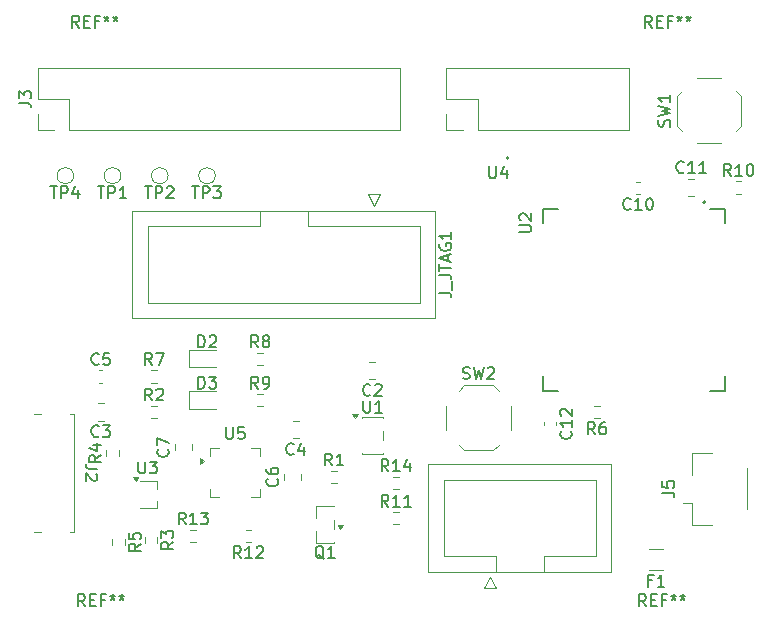
<source format=gbr>
%TF.GenerationSoftware,KiCad,Pcbnew,9.0.6*%
%TF.CreationDate,2026-01-12T13:11:15+01:00*%
%TF.ProjectId,IoT-Werkstatt_Band1,496f542d-5765-4726-9b73-746174745f42,rev?*%
%TF.SameCoordinates,Original*%
%TF.FileFunction,Legend,Top*%
%TF.FilePolarity,Positive*%
%FSLAX46Y46*%
G04 Gerber Fmt 4.6, Leading zero omitted, Abs format (unit mm)*
G04 Created by KiCad (PCBNEW 9.0.6) date 2026-01-12 13:11:15*
%MOMM*%
%LPD*%
G01*
G04 APERTURE LIST*
%ADD10C,0.150000*%
%ADD11C,0.127000*%
%ADD12C,0.200000*%
%ADD13C,0.120000*%
%ADD14C,0.160000*%
G04 APERTURE END LIST*
D10*
X138666666Y-111454819D02*
X138333333Y-110978628D01*
X138095238Y-111454819D02*
X138095238Y-110454819D01*
X138095238Y-110454819D02*
X138476190Y-110454819D01*
X138476190Y-110454819D02*
X138571428Y-110502438D01*
X138571428Y-110502438D02*
X138619047Y-110550057D01*
X138619047Y-110550057D02*
X138666666Y-110645295D01*
X138666666Y-110645295D02*
X138666666Y-110788152D01*
X138666666Y-110788152D02*
X138619047Y-110883390D01*
X138619047Y-110883390D02*
X138571428Y-110931009D01*
X138571428Y-110931009D02*
X138476190Y-110978628D01*
X138476190Y-110978628D02*
X138095238Y-110978628D01*
X139095238Y-110931009D02*
X139428571Y-110931009D01*
X139571428Y-111454819D02*
X139095238Y-111454819D01*
X139095238Y-111454819D02*
X139095238Y-110454819D01*
X139095238Y-110454819D02*
X139571428Y-110454819D01*
X140333333Y-110931009D02*
X140000000Y-110931009D01*
X140000000Y-111454819D02*
X140000000Y-110454819D01*
X140000000Y-110454819D02*
X140476190Y-110454819D01*
X141000000Y-110454819D02*
X141000000Y-110692914D01*
X140761905Y-110597676D02*
X141000000Y-110692914D01*
X141000000Y-110692914D02*
X141238095Y-110597676D01*
X140857143Y-110883390D02*
X141000000Y-110692914D01*
X141000000Y-110692914D02*
X141142857Y-110883390D01*
X141761905Y-110454819D02*
X141761905Y-110692914D01*
X141523810Y-110597676D02*
X141761905Y-110692914D01*
X141761905Y-110692914D02*
X142000000Y-110597676D01*
X141619048Y-110883390D02*
X141761905Y-110692914D01*
X141761905Y-110692914D02*
X141904762Y-110883390D01*
X186166666Y-111454819D02*
X185833333Y-110978628D01*
X185595238Y-111454819D02*
X185595238Y-110454819D01*
X185595238Y-110454819D02*
X185976190Y-110454819D01*
X185976190Y-110454819D02*
X186071428Y-110502438D01*
X186071428Y-110502438D02*
X186119047Y-110550057D01*
X186119047Y-110550057D02*
X186166666Y-110645295D01*
X186166666Y-110645295D02*
X186166666Y-110788152D01*
X186166666Y-110788152D02*
X186119047Y-110883390D01*
X186119047Y-110883390D02*
X186071428Y-110931009D01*
X186071428Y-110931009D02*
X185976190Y-110978628D01*
X185976190Y-110978628D02*
X185595238Y-110978628D01*
X186595238Y-110931009D02*
X186928571Y-110931009D01*
X187071428Y-111454819D02*
X186595238Y-111454819D01*
X186595238Y-111454819D02*
X186595238Y-110454819D01*
X186595238Y-110454819D02*
X187071428Y-110454819D01*
X187833333Y-110931009D02*
X187500000Y-110931009D01*
X187500000Y-111454819D02*
X187500000Y-110454819D01*
X187500000Y-110454819D02*
X187976190Y-110454819D01*
X188500000Y-110454819D02*
X188500000Y-110692914D01*
X188261905Y-110597676D02*
X188500000Y-110692914D01*
X188500000Y-110692914D02*
X188738095Y-110597676D01*
X188357143Y-110883390D02*
X188500000Y-110692914D01*
X188500000Y-110692914D02*
X188642857Y-110883390D01*
X189261905Y-110454819D02*
X189261905Y-110692914D01*
X189023810Y-110597676D02*
X189261905Y-110692914D01*
X189261905Y-110692914D02*
X189500000Y-110597676D01*
X189119048Y-110883390D02*
X189261905Y-110692914D01*
X189261905Y-110692914D02*
X189404762Y-110883390D01*
X186666666Y-62454819D02*
X186333333Y-61978628D01*
X186095238Y-62454819D02*
X186095238Y-61454819D01*
X186095238Y-61454819D02*
X186476190Y-61454819D01*
X186476190Y-61454819D02*
X186571428Y-61502438D01*
X186571428Y-61502438D02*
X186619047Y-61550057D01*
X186619047Y-61550057D02*
X186666666Y-61645295D01*
X186666666Y-61645295D02*
X186666666Y-61788152D01*
X186666666Y-61788152D02*
X186619047Y-61883390D01*
X186619047Y-61883390D02*
X186571428Y-61931009D01*
X186571428Y-61931009D02*
X186476190Y-61978628D01*
X186476190Y-61978628D02*
X186095238Y-61978628D01*
X187095238Y-61931009D02*
X187428571Y-61931009D01*
X187571428Y-62454819D02*
X187095238Y-62454819D01*
X187095238Y-62454819D02*
X187095238Y-61454819D01*
X187095238Y-61454819D02*
X187571428Y-61454819D01*
X188333333Y-61931009D02*
X188000000Y-61931009D01*
X188000000Y-62454819D02*
X188000000Y-61454819D01*
X188000000Y-61454819D02*
X188476190Y-61454819D01*
X189000000Y-61454819D02*
X189000000Y-61692914D01*
X188761905Y-61597676D02*
X189000000Y-61692914D01*
X189000000Y-61692914D02*
X189238095Y-61597676D01*
X188857143Y-61883390D02*
X189000000Y-61692914D01*
X189000000Y-61692914D02*
X189142857Y-61883390D01*
X189761905Y-61454819D02*
X189761905Y-61692914D01*
X189523810Y-61597676D02*
X189761905Y-61692914D01*
X189761905Y-61692914D02*
X190000000Y-61597676D01*
X189619048Y-61883390D02*
X189761905Y-61692914D01*
X189761905Y-61692914D02*
X189904762Y-61883390D01*
X138166666Y-62454819D02*
X137833333Y-61978628D01*
X137595238Y-62454819D02*
X137595238Y-61454819D01*
X137595238Y-61454819D02*
X137976190Y-61454819D01*
X137976190Y-61454819D02*
X138071428Y-61502438D01*
X138071428Y-61502438D02*
X138119047Y-61550057D01*
X138119047Y-61550057D02*
X138166666Y-61645295D01*
X138166666Y-61645295D02*
X138166666Y-61788152D01*
X138166666Y-61788152D02*
X138119047Y-61883390D01*
X138119047Y-61883390D02*
X138071428Y-61931009D01*
X138071428Y-61931009D02*
X137976190Y-61978628D01*
X137976190Y-61978628D02*
X137595238Y-61978628D01*
X138595238Y-61931009D02*
X138928571Y-61931009D01*
X139071428Y-62454819D02*
X138595238Y-62454819D01*
X138595238Y-62454819D02*
X138595238Y-61454819D01*
X138595238Y-61454819D02*
X139071428Y-61454819D01*
X139833333Y-61931009D02*
X139500000Y-61931009D01*
X139500000Y-62454819D02*
X139500000Y-61454819D01*
X139500000Y-61454819D02*
X139976190Y-61454819D01*
X140500000Y-61454819D02*
X140500000Y-61692914D01*
X140261905Y-61597676D02*
X140500000Y-61692914D01*
X140500000Y-61692914D02*
X140738095Y-61597676D01*
X140357143Y-61883390D02*
X140500000Y-61692914D01*
X140500000Y-61692914D02*
X140642857Y-61883390D01*
X141261905Y-61454819D02*
X141261905Y-61692914D01*
X141023810Y-61597676D02*
X141261905Y-61692914D01*
X141261905Y-61692914D02*
X141500000Y-61597676D01*
X141119048Y-61883390D02*
X141261905Y-61692914D01*
X141261905Y-61692914D02*
X141404762Y-61883390D01*
X175454819Y-79761904D02*
X176264342Y-79761904D01*
X176264342Y-79761904D02*
X176359580Y-79714285D01*
X176359580Y-79714285D02*
X176407200Y-79666666D01*
X176407200Y-79666666D02*
X176454819Y-79571428D01*
X176454819Y-79571428D02*
X176454819Y-79380952D01*
X176454819Y-79380952D02*
X176407200Y-79285714D01*
X176407200Y-79285714D02*
X176359580Y-79238095D01*
X176359580Y-79238095D02*
X176264342Y-79190476D01*
X176264342Y-79190476D02*
X175454819Y-79190476D01*
X175550057Y-78761904D02*
X175502438Y-78714285D01*
X175502438Y-78714285D02*
X175454819Y-78619047D01*
X175454819Y-78619047D02*
X175454819Y-78380952D01*
X175454819Y-78380952D02*
X175502438Y-78285714D01*
X175502438Y-78285714D02*
X175550057Y-78238095D01*
X175550057Y-78238095D02*
X175645295Y-78190476D01*
X175645295Y-78190476D02*
X175740533Y-78190476D01*
X175740533Y-78190476D02*
X175883390Y-78238095D01*
X175883390Y-78238095D02*
X176454819Y-78809523D01*
X176454819Y-78809523D02*
X176454819Y-78190476D01*
X148261905Y-93024819D02*
X148261905Y-92024819D01*
X148261905Y-92024819D02*
X148500000Y-92024819D01*
X148500000Y-92024819D02*
X148642857Y-92072438D01*
X148642857Y-92072438D02*
X148738095Y-92167676D01*
X148738095Y-92167676D02*
X148785714Y-92262914D01*
X148785714Y-92262914D02*
X148833333Y-92453390D01*
X148833333Y-92453390D02*
X148833333Y-92596247D01*
X148833333Y-92596247D02*
X148785714Y-92786723D01*
X148785714Y-92786723D02*
X148738095Y-92881961D01*
X148738095Y-92881961D02*
X148642857Y-92977200D01*
X148642857Y-92977200D02*
X148500000Y-93024819D01*
X148500000Y-93024819D02*
X148261905Y-93024819D01*
X149166667Y-92024819D02*
X149785714Y-92024819D01*
X149785714Y-92024819D02*
X149452381Y-92405771D01*
X149452381Y-92405771D02*
X149595238Y-92405771D01*
X149595238Y-92405771D02*
X149690476Y-92453390D01*
X149690476Y-92453390D02*
X149738095Y-92501009D01*
X149738095Y-92501009D02*
X149785714Y-92596247D01*
X149785714Y-92596247D02*
X149785714Y-92834342D01*
X149785714Y-92834342D02*
X149738095Y-92929580D01*
X149738095Y-92929580D02*
X149690476Y-92977200D01*
X149690476Y-92977200D02*
X149595238Y-93024819D01*
X149595238Y-93024819D02*
X149309524Y-93024819D01*
X149309524Y-93024819D02*
X149214286Y-92977200D01*
X149214286Y-92977200D02*
X149166667Y-92929580D01*
X144333333Y-91024819D02*
X144000000Y-90548628D01*
X143761905Y-91024819D02*
X143761905Y-90024819D01*
X143761905Y-90024819D02*
X144142857Y-90024819D01*
X144142857Y-90024819D02*
X144238095Y-90072438D01*
X144238095Y-90072438D02*
X144285714Y-90120057D01*
X144285714Y-90120057D02*
X144333333Y-90215295D01*
X144333333Y-90215295D02*
X144333333Y-90358152D01*
X144333333Y-90358152D02*
X144285714Y-90453390D01*
X144285714Y-90453390D02*
X144238095Y-90501009D01*
X144238095Y-90501009D02*
X144142857Y-90548628D01*
X144142857Y-90548628D02*
X143761905Y-90548628D01*
X144666667Y-90024819D02*
X145333333Y-90024819D01*
X145333333Y-90024819D02*
X144904762Y-91024819D01*
X153333333Y-93024819D02*
X153000000Y-92548628D01*
X152761905Y-93024819D02*
X152761905Y-92024819D01*
X152761905Y-92024819D02*
X153142857Y-92024819D01*
X153142857Y-92024819D02*
X153238095Y-92072438D01*
X153238095Y-92072438D02*
X153285714Y-92120057D01*
X153285714Y-92120057D02*
X153333333Y-92215295D01*
X153333333Y-92215295D02*
X153333333Y-92358152D01*
X153333333Y-92358152D02*
X153285714Y-92453390D01*
X153285714Y-92453390D02*
X153238095Y-92501009D01*
X153238095Y-92501009D02*
X153142857Y-92548628D01*
X153142857Y-92548628D02*
X152761905Y-92548628D01*
X153809524Y-93024819D02*
X154000000Y-93024819D01*
X154000000Y-93024819D02*
X154095238Y-92977200D01*
X154095238Y-92977200D02*
X154142857Y-92929580D01*
X154142857Y-92929580D02*
X154238095Y-92786723D01*
X154238095Y-92786723D02*
X154285714Y-92596247D01*
X154285714Y-92596247D02*
X154285714Y-92215295D01*
X154285714Y-92215295D02*
X154238095Y-92120057D01*
X154238095Y-92120057D02*
X154190476Y-92072438D01*
X154190476Y-92072438D02*
X154095238Y-92024819D01*
X154095238Y-92024819D02*
X153904762Y-92024819D01*
X153904762Y-92024819D02*
X153809524Y-92072438D01*
X153809524Y-92072438D02*
X153761905Y-92120057D01*
X153761905Y-92120057D02*
X153714286Y-92215295D01*
X153714286Y-92215295D02*
X153714286Y-92453390D01*
X153714286Y-92453390D02*
X153761905Y-92548628D01*
X153761905Y-92548628D02*
X153809524Y-92596247D01*
X153809524Y-92596247D02*
X153904762Y-92643866D01*
X153904762Y-92643866D02*
X154095238Y-92643866D01*
X154095238Y-92643866D02*
X154190476Y-92596247D01*
X154190476Y-92596247D02*
X154238095Y-92548628D01*
X154238095Y-92548628D02*
X154285714Y-92453390D01*
X153333333Y-89524819D02*
X153000000Y-89048628D01*
X152761905Y-89524819D02*
X152761905Y-88524819D01*
X152761905Y-88524819D02*
X153142857Y-88524819D01*
X153142857Y-88524819D02*
X153238095Y-88572438D01*
X153238095Y-88572438D02*
X153285714Y-88620057D01*
X153285714Y-88620057D02*
X153333333Y-88715295D01*
X153333333Y-88715295D02*
X153333333Y-88858152D01*
X153333333Y-88858152D02*
X153285714Y-88953390D01*
X153285714Y-88953390D02*
X153238095Y-89001009D01*
X153238095Y-89001009D02*
X153142857Y-89048628D01*
X153142857Y-89048628D02*
X152761905Y-89048628D01*
X153904762Y-88953390D02*
X153809524Y-88905771D01*
X153809524Y-88905771D02*
X153761905Y-88858152D01*
X153761905Y-88858152D02*
X153714286Y-88762914D01*
X153714286Y-88762914D02*
X153714286Y-88715295D01*
X153714286Y-88715295D02*
X153761905Y-88620057D01*
X153761905Y-88620057D02*
X153809524Y-88572438D01*
X153809524Y-88572438D02*
X153904762Y-88524819D01*
X153904762Y-88524819D02*
X154095238Y-88524819D01*
X154095238Y-88524819D02*
X154190476Y-88572438D01*
X154190476Y-88572438D02*
X154238095Y-88620057D01*
X154238095Y-88620057D02*
X154285714Y-88715295D01*
X154285714Y-88715295D02*
X154285714Y-88762914D01*
X154285714Y-88762914D02*
X154238095Y-88858152D01*
X154238095Y-88858152D02*
X154190476Y-88905771D01*
X154190476Y-88905771D02*
X154095238Y-88953390D01*
X154095238Y-88953390D02*
X153904762Y-88953390D01*
X153904762Y-88953390D02*
X153809524Y-89001009D01*
X153809524Y-89001009D02*
X153761905Y-89048628D01*
X153761905Y-89048628D02*
X153714286Y-89143866D01*
X153714286Y-89143866D02*
X153714286Y-89334342D01*
X153714286Y-89334342D02*
X153761905Y-89429580D01*
X153761905Y-89429580D02*
X153809524Y-89477200D01*
X153809524Y-89477200D02*
X153904762Y-89524819D01*
X153904762Y-89524819D02*
X154095238Y-89524819D01*
X154095238Y-89524819D02*
X154190476Y-89477200D01*
X154190476Y-89477200D02*
X154238095Y-89429580D01*
X154238095Y-89429580D02*
X154285714Y-89334342D01*
X154285714Y-89334342D02*
X154285714Y-89143866D01*
X154285714Y-89143866D02*
X154238095Y-89048628D01*
X154238095Y-89048628D02*
X154190476Y-89001009D01*
X154190476Y-89001009D02*
X154095238Y-88953390D01*
X151857142Y-107384819D02*
X151523809Y-106908628D01*
X151285714Y-107384819D02*
X151285714Y-106384819D01*
X151285714Y-106384819D02*
X151666666Y-106384819D01*
X151666666Y-106384819D02*
X151761904Y-106432438D01*
X151761904Y-106432438D02*
X151809523Y-106480057D01*
X151809523Y-106480057D02*
X151857142Y-106575295D01*
X151857142Y-106575295D02*
X151857142Y-106718152D01*
X151857142Y-106718152D02*
X151809523Y-106813390D01*
X151809523Y-106813390D02*
X151761904Y-106861009D01*
X151761904Y-106861009D02*
X151666666Y-106908628D01*
X151666666Y-106908628D02*
X151285714Y-106908628D01*
X152809523Y-107384819D02*
X152238095Y-107384819D01*
X152523809Y-107384819D02*
X152523809Y-106384819D01*
X152523809Y-106384819D02*
X152428571Y-106527676D01*
X152428571Y-106527676D02*
X152333333Y-106622914D01*
X152333333Y-106622914D02*
X152238095Y-106670533D01*
X153190476Y-106480057D02*
X153238095Y-106432438D01*
X153238095Y-106432438D02*
X153333333Y-106384819D01*
X153333333Y-106384819D02*
X153571428Y-106384819D01*
X153571428Y-106384819D02*
X153666666Y-106432438D01*
X153666666Y-106432438D02*
X153714285Y-106480057D01*
X153714285Y-106480057D02*
X153761904Y-106575295D01*
X153761904Y-106575295D02*
X153761904Y-106670533D01*
X153761904Y-106670533D02*
X153714285Y-106813390D01*
X153714285Y-106813390D02*
X153142857Y-107384819D01*
X153142857Y-107384819D02*
X153761904Y-107384819D01*
X179789580Y-96642857D02*
X179837200Y-96690476D01*
X179837200Y-96690476D02*
X179884819Y-96833333D01*
X179884819Y-96833333D02*
X179884819Y-96928571D01*
X179884819Y-96928571D02*
X179837200Y-97071428D01*
X179837200Y-97071428D02*
X179741961Y-97166666D01*
X179741961Y-97166666D02*
X179646723Y-97214285D01*
X179646723Y-97214285D02*
X179456247Y-97261904D01*
X179456247Y-97261904D02*
X179313390Y-97261904D01*
X179313390Y-97261904D02*
X179122914Y-97214285D01*
X179122914Y-97214285D02*
X179027676Y-97166666D01*
X179027676Y-97166666D02*
X178932438Y-97071428D01*
X178932438Y-97071428D02*
X178884819Y-96928571D01*
X178884819Y-96928571D02*
X178884819Y-96833333D01*
X178884819Y-96833333D02*
X178932438Y-96690476D01*
X178932438Y-96690476D02*
X178980057Y-96642857D01*
X179884819Y-95690476D02*
X179884819Y-96261904D01*
X179884819Y-95976190D02*
X178884819Y-95976190D01*
X178884819Y-95976190D02*
X179027676Y-96071428D01*
X179027676Y-96071428D02*
X179122914Y-96166666D01*
X179122914Y-96166666D02*
X179170533Y-96261904D01*
X178980057Y-95309523D02*
X178932438Y-95261904D01*
X178932438Y-95261904D02*
X178884819Y-95166666D01*
X178884819Y-95166666D02*
X178884819Y-94928571D01*
X178884819Y-94928571D02*
X178932438Y-94833333D01*
X178932438Y-94833333D02*
X178980057Y-94785714D01*
X178980057Y-94785714D02*
X179075295Y-94738095D01*
X179075295Y-94738095D02*
X179170533Y-94738095D01*
X179170533Y-94738095D02*
X179313390Y-94785714D01*
X179313390Y-94785714D02*
X179884819Y-95357142D01*
X179884819Y-95357142D02*
X179884819Y-94738095D01*
X146134819Y-105991666D02*
X145658628Y-106324999D01*
X146134819Y-106563094D02*
X145134819Y-106563094D01*
X145134819Y-106563094D02*
X145134819Y-106182142D01*
X145134819Y-106182142D02*
X145182438Y-106086904D01*
X145182438Y-106086904D02*
X145230057Y-106039285D01*
X145230057Y-106039285D02*
X145325295Y-105991666D01*
X145325295Y-105991666D02*
X145468152Y-105991666D01*
X145468152Y-105991666D02*
X145563390Y-106039285D01*
X145563390Y-106039285D02*
X145611009Y-106086904D01*
X145611009Y-106086904D02*
X145658628Y-106182142D01*
X145658628Y-106182142D02*
X145658628Y-106563094D01*
X145134819Y-105658332D02*
X145134819Y-105039285D01*
X145134819Y-105039285D02*
X145515771Y-105372618D01*
X145515771Y-105372618D02*
X145515771Y-105229761D01*
X145515771Y-105229761D02*
X145563390Y-105134523D01*
X145563390Y-105134523D02*
X145611009Y-105086904D01*
X145611009Y-105086904D02*
X145706247Y-105039285D01*
X145706247Y-105039285D02*
X145944342Y-105039285D01*
X145944342Y-105039285D02*
X146039580Y-105086904D01*
X146039580Y-105086904D02*
X146087200Y-105134523D01*
X146087200Y-105134523D02*
X146134819Y-105229761D01*
X146134819Y-105229761D02*
X146134819Y-105515475D01*
X146134819Y-105515475D02*
X146087200Y-105610713D01*
X146087200Y-105610713D02*
X146039580Y-105658332D01*
X154929580Y-100666666D02*
X154977200Y-100714285D01*
X154977200Y-100714285D02*
X155024819Y-100857142D01*
X155024819Y-100857142D02*
X155024819Y-100952380D01*
X155024819Y-100952380D02*
X154977200Y-101095237D01*
X154977200Y-101095237D02*
X154881961Y-101190475D01*
X154881961Y-101190475D02*
X154786723Y-101238094D01*
X154786723Y-101238094D02*
X154596247Y-101285713D01*
X154596247Y-101285713D02*
X154453390Y-101285713D01*
X154453390Y-101285713D02*
X154262914Y-101238094D01*
X154262914Y-101238094D02*
X154167676Y-101190475D01*
X154167676Y-101190475D02*
X154072438Y-101095237D01*
X154072438Y-101095237D02*
X154024819Y-100952380D01*
X154024819Y-100952380D02*
X154024819Y-100857142D01*
X154024819Y-100857142D02*
X154072438Y-100714285D01*
X154072438Y-100714285D02*
X154120057Y-100666666D01*
X154024819Y-99809523D02*
X154024819Y-99999999D01*
X154024819Y-99999999D02*
X154072438Y-100095237D01*
X154072438Y-100095237D02*
X154120057Y-100142856D01*
X154120057Y-100142856D02*
X154262914Y-100238094D01*
X154262914Y-100238094D02*
X154453390Y-100285713D01*
X154453390Y-100285713D02*
X154834342Y-100285713D01*
X154834342Y-100285713D02*
X154929580Y-100238094D01*
X154929580Y-100238094D02*
X154977200Y-100190475D01*
X154977200Y-100190475D02*
X155024819Y-100095237D01*
X155024819Y-100095237D02*
X155024819Y-99904761D01*
X155024819Y-99904761D02*
X154977200Y-99809523D01*
X154977200Y-99809523D02*
X154929580Y-99761904D01*
X154929580Y-99761904D02*
X154834342Y-99714285D01*
X154834342Y-99714285D02*
X154596247Y-99714285D01*
X154596247Y-99714285D02*
X154501009Y-99761904D01*
X154501009Y-99761904D02*
X154453390Y-99809523D01*
X154453390Y-99809523D02*
X154405771Y-99904761D01*
X154405771Y-99904761D02*
X154405771Y-100095237D01*
X154405771Y-100095237D02*
X154453390Y-100190475D01*
X154453390Y-100190475D02*
X154501009Y-100238094D01*
X154501009Y-100238094D02*
X154596247Y-100285713D01*
X148261905Y-89524819D02*
X148261905Y-88524819D01*
X148261905Y-88524819D02*
X148500000Y-88524819D01*
X148500000Y-88524819D02*
X148642857Y-88572438D01*
X148642857Y-88572438D02*
X148738095Y-88667676D01*
X148738095Y-88667676D02*
X148785714Y-88762914D01*
X148785714Y-88762914D02*
X148833333Y-88953390D01*
X148833333Y-88953390D02*
X148833333Y-89096247D01*
X148833333Y-89096247D02*
X148785714Y-89286723D01*
X148785714Y-89286723D02*
X148738095Y-89381961D01*
X148738095Y-89381961D02*
X148642857Y-89477200D01*
X148642857Y-89477200D02*
X148500000Y-89524819D01*
X148500000Y-89524819D02*
X148261905Y-89524819D01*
X149214286Y-88620057D02*
X149261905Y-88572438D01*
X149261905Y-88572438D02*
X149357143Y-88524819D01*
X149357143Y-88524819D02*
X149595238Y-88524819D01*
X149595238Y-88524819D02*
X149690476Y-88572438D01*
X149690476Y-88572438D02*
X149738095Y-88620057D01*
X149738095Y-88620057D02*
X149785714Y-88715295D01*
X149785714Y-88715295D02*
X149785714Y-88810533D01*
X149785714Y-88810533D02*
X149738095Y-88953390D01*
X149738095Y-88953390D02*
X149166667Y-89524819D01*
X149166667Y-89524819D02*
X149785714Y-89524819D01*
X143188095Y-99204819D02*
X143188095Y-100014342D01*
X143188095Y-100014342D02*
X143235714Y-100109580D01*
X143235714Y-100109580D02*
X143283333Y-100157200D01*
X143283333Y-100157200D02*
X143378571Y-100204819D01*
X143378571Y-100204819D02*
X143569047Y-100204819D01*
X143569047Y-100204819D02*
X143664285Y-100157200D01*
X143664285Y-100157200D02*
X143711904Y-100109580D01*
X143711904Y-100109580D02*
X143759523Y-100014342D01*
X143759523Y-100014342D02*
X143759523Y-99204819D01*
X144140476Y-99204819D02*
X144759523Y-99204819D01*
X144759523Y-99204819D02*
X144426190Y-99585771D01*
X144426190Y-99585771D02*
X144569047Y-99585771D01*
X144569047Y-99585771D02*
X144664285Y-99633390D01*
X144664285Y-99633390D02*
X144711904Y-99681009D01*
X144711904Y-99681009D02*
X144759523Y-99776247D01*
X144759523Y-99776247D02*
X144759523Y-100014342D01*
X144759523Y-100014342D02*
X144711904Y-100109580D01*
X144711904Y-100109580D02*
X144664285Y-100157200D01*
X144664285Y-100157200D02*
X144569047Y-100204819D01*
X144569047Y-100204819D02*
X144283333Y-100204819D01*
X144283333Y-100204819D02*
X144188095Y-100157200D01*
X144188095Y-100157200D02*
X144140476Y-100109580D01*
X159583333Y-99524819D02*
X159250000Y-99048628D01*
X159011905Y-99524819D02*
X159011905Y-98524819D01*
X159011905Y-98524819D02*
X159392857Y-98524819D01*
X159392857Y-98524819D02*
X159488095Y-98572438D01*
X159488095Y-98572438D02*
X159535714Y-98620057D01*
X159535714Y-98620057D02*
X159583333Y-98715295D01*
X159583333Y-98715295D02*
X159583333Y-98858152D01*
X159583333Y-98858152D02*
X159535714Y-98953390D01*
X159535714Y-98953390D02*
X159488095Y-99001009D01*
X159488095Y-99001009D02*
X159392857Y-99048628D01*
X159392857Y-99048628D02*
X159011905Y-99048628D01*
X160535714Y-99524819D02*
X159964286Y-99524819D01*
X160250000Y-99524819D02*
X160250000Y-98524819D01*
X160250000Y-98524819D02*
X160154762Y-98667676D01*
X160154762Y-98667676D02*
X160059524Y-98762914D01*
X160059524Y-98762914D02*
X159964286Y-98810533D01*
X188157200Y-70833332D02*
X188204819Y-70690475D01*
X188204819Y-70690475D02*
X188204819Y-70452380D01*
X188204819Y-70452380D02*
X188157200Y-70357142D01*
X188157200Y-70357142D02*
X188109580Y-70309523D01*
X188109580Y-70309523D02*
X188014342Y-70261904D01*
X188014342Y-70261904D02*
X187919104Y-70261904D01*
X187919104Y-70261904D02*
X187823866Y-70309523D01*
X187823866Y-70309523D02*
X187776247Y-70357142D01*
X187776247Y-70357142D02*
X187728628Y-70452380D01*
X187728628Y-70452380D02*
X187681009Y-70642856D01*
X187681009Y-70642856D02*
X187633390Y-70738094D01*
X187633390Y-70738094D02*
X187585771Y-70785713D01*
X187585771Y-70785713D02*
X187490533Y-70833332D01*
X187490533Y-70833332D02*
X187395295Y-70833332D01*
X187395295Y-70833332D02*
X187300057Y-70785713D01*
X187300057Y-70785713D02*
X187252438Y-70738094D01*
X187252438Y-70738094D02*
X187204819Y-70642856D01*
X187204819Y-70642856D02*
X187204819Y-70404761D01*
X187204819Y-70404761D02*
X187252438Y-70261904D01*
X187204819Y-69928570D02*
X188204819Y-69690475D01*
X188204819Y-69690475D02*
X187490533Y-69499999D01*
X187490533Y-69499999D02*
X188204819Y-69309523D01*
X188204819Y-69309523D02*
X187204819Y-69071428D01*
X188204819Y-68166666D02*
X188204819Y-68738094D01*
X188204819Y-68452380D02*
X187204819Y-68452380D01*
X187204819Y-68452380D02*
X187347676Y-68547618D01*
X187347676Y-68547618D02*
X187442914Y-68642856D01*
X187442914Y-68642856D02*
X187490533Y-68738094D01*
X140024819Y-98666666D02*
X139548628Y-98999999D01*
X140024819Y-99238094D02*
X139024819Y-99238094D01*
X139024819Y-99238094D02*
X139024819Y-98857142D01*
X139024819Y-98857142D02*
X139072438Y-98761904D01*
X139072438Y-98761904D02*
X139120057Y-98714285D01*
X139120057Y-98714285D02*
X139215295Y-98666666D01*
X139215295Y-98666666D02*
X139358152Y-98666666D01*
X139358152Y-98666666D02*
X139453390Y-98714285D01*
X139453390Y-98714285D02*
X139501009Y-98761904D01*
X139501009Y-98761904D02*
X139548628Y-98857142D01*
X139548628Y-98857142D02*
X139548628Y-99238094D01*
X139358152Y-97809523D02*
X140024819Y-97809523D01*
X138977200Y-98047618D02*
X139691485Y-98285713D01*
X139691485Y-98285713D02*
X139691485Y-97666666D01*
X186666666Y-109261009D02*
X186333333Y-109261009D01*
X186333333Y-109784819D02*
X186333333Y-108784819D01*
X186333333Y-108784819D02*
X186809523Y-108784819D01*
X187714285Y-109784819D02*
X187142857Y-109784819D01*
X187428571Y-109784819D02*
X187428571Y-108784819D01*
X187428571Y-108784819D02*
X187333333Y-108927676D01*
X187333333Y-108927676D02*
X187238095Y-109022914D01*
X187238095Y-109022914D02*
X187142857Y-109070533D01*
X184857142Y-77789580D02*
X184809523Y-77837200D01*
X184809523Y-77837200D02*
X184666666Y-77884819D01*
X184666666Y-77884819D02*
X184571428Y-77884819D01*
X184571428Y-77884819D02*
X184428571Y-77837200D01*
X184428571Y-77837200D02*
X184333333Y-77741961D01*
X184333333Y-77741961D02*
X184285714Y-77646723D01*
X184285714Y-77646723D02*
X184238095Y-77456247D01*
X184238095Y-77456247D02*
X184238095Y-77313390D01*
X184238095Y-77313390D02*
X184285714Y-77122914D01*
X184285714Y-77122914D02*
X184333333Y-77027676D01*
X184333333Y-77027676D02*
X184428571Y-76932438D01*
X184428571Y-76932438D02*
X184571428Y-76884819D01*
X184571428Y-76884819D02*
X184666666Y-76884819D01*
X184666666Y-76884819D02*
X184809523Y-76932438D01*
X184809523Y-76932438D02*
X184857142Y-76980057D01*
X185809523Y-77884819D02*
X185238095Y-77884819D01*
X185523809Y-77884819D02*
X185523809Y-76884819D01*
X185523809Y-76884819D02*
X185428571Y-77027676D01*
X185428571Y-77027676D02*
X185333333Y-77122914D01*
X185333333Y-77122914D02*
X185238095Y-77170533D01*
X186428571Y-76884819D02*
X186523809Y-76884819D01*
X186523809Y-76884819D02*
X186619047Y-76932438D01*
X186619047Y-76932438D02*
X186666666Y-76980057D01*
X186666666Y-76980057D02*
X186714285Y-77075295D01*
X186714285Y-77075295D02*
X186761904Y-77265771D01*
X186761904Y-77265771D02*
X186761904Y-77503866D01*
X186761904Y-77503866D02*
X186714285Y-77694342D01*
X186714285Y-77694342D02*
X186666666Y-77789580D01*
X186666666Y-77789580D02*
X186619047Y-77837200D01*
X186619047Y-77837200D02*
X186523809Y-77884819D01*
X186523809Y-77884819D02*
X186428571Y-77884819D01*
X186428571Y-77884819D02*
X186333333Y-77837200D01*
X186333333Y-77837200D02*
X186285714Y-77789580D01*
X186285714Y-77789580D02*
X186238095Y-77694342D01*
X186238095Y-77694342D02*
X186190476Y-77503866D01*
X186190476Y-77503866D02*
X186190476Y-77265771D01*
X186190476Y-77265771D02*
X186238095Y-77075295D01*
X186238095Y-77075295D02*
X186285714Y-76980057D01*
X186285714Y-76980057D02*
X186333333Y-76932438D01*
X186333333Y-76932438D02*
X186428571Y-76884819D01*
X158904761Y-107450057D02*
X158809523Y-107402438D01*
X158809523Y-107402438D02*
X158714285Y-107307200D01*
X158714285Y-107307200D02*
X158571428Y-107164342D01*
X158571428Y-107164342D02*
X158476190Y-107116723D01*
X158476190Y-107116723D02*
X158380952Y-107116723D01*
X158428571Y-107354819D02*
X158333333Y-107307200D01*
X158333333Y-107307200D02*
X158238095Y-107211961D01*
X158238095Y-107211961D02*
X158190476Y-107021485D01*
X158190476Y-107021485D02*
X158190476Y-106688152D01*
X158190476Y-106688152D02*
X158238095Y-106497676D01*
X158238095Y-106497676D02*
X158333333Y-106402438D01*
X158333333Y-106402438D02*
X158428571Y-106354819D01*
X158428571Y-106354819D02*
X158619047Y-106354819D01*
X158619047Y-106354819D02*
X158714285Y-106402438D01*
X158714285Y-106402438D02*
X158809523Y-106497676D01*
X158809523Y-106497676D02*
X158857142Y-106688152D01*
X158857142Y-106688152D02*
X158857142Y-107021485D01*
X158857142Y-107021485D02*
X158809523Y-107211961D01*
X158809523Y-107211961D02*
X158714285Y-107307200D01*
X158714285Y-107307200D02*
X158619047Y-107354819D01*
X158619047Y-107354819D02*
X158428571Y-107354819D01*
X159809523Y-107354819D02*
X159238095Y-107354819D01*
X159523809Y-107354819D02*
X159523809Y-106354819D01*
X159523809Y-106354819D02*
X159428571Y-106497676D01*
X159428571Y-106497676D02*
X159333333Y-106592914D01*
X159333333Y-106592914D02*
X159238095Y-106640533D01*
X181833333Y-96884819D02*
X181500000Y-96408628D01*
X181261905Y-96884819D02*
X181261905Y-95884819D01*
X181261905Y-95884819D02*
X181642857Y-95884819D01*
X181642857Y-95884819D02*
X181738095Y-95932438D01*
X181738095Y-95932438D02*
X181785714Y-95980057D01*
X181785714Y-95980057D02*
X181833333Y-96075295D01*
X181833333Y-96075295D02*
X181833333Y-96218152D01*
X181833333Y-96218152D02*
X181785714Y-96313390D01*
X181785714Y-96313390D02*
X181738095Y-96361009D01*
X181738095Y-96361009D02*
X181642857Y-96408628D01*
X181642857Y-96408628D02*
X181261905Y-96408628D01*
X182690476Y-95884819D02*
X182500000Y-95884819D01*
X182500000Y-95884819D02*
X182404762Y-95932438D01*
X182404762Y-95932438D02*
X182357143Y-95980057D01*
X182357143Y-95980057D02*
X182261905Y-96122914D01*
X182261905Y-96122914D02*
X182214286Y-96313390D01*
X182214286Y-96313390D02*
X182214286Y-96694342D01*
X182214286Y-96694342D02*
X182261905Y-96789580D01*
X182261905Y-96789580D02*
X182309524Y-96837200D01*
X182309524Y-96837200D02*
X182404762Y-96884819D01*
X182404762Y-96884819D02*
X182595238Y-96884819D01*
X182595238Y-96884819D02*
X182690476Y-96837200D01*
X182690476Y-96837200D02*
X182738095Y-96789580D01*
X182738095Y-96789580D02*
X182785714Y-96694342D01*
X182785714Y-96694342D02*
X182785714Y-96456247D01*
X182785714Y-96456247D02*
X182738095Y-96361009D01*
X182738095Y-96361009D02*
X182690476Y-96313390D01*
X182690476Y-96313390D02*
X182595238Y-96265771D01*
X182595238Y-96265771D02*
X182404762Y-96265771D01*
X182404762Y-96265771D02*
X182309524Y-96313390D01*
X182309524Y-96313390D02*
X182261905Y-96361009D01*
X182261905Y-96361009D02*
X182214286Y-96456247D01*
X170666667Y-92157200D02*
X170809524Y-92204819D01*
X170809524Y-92204819D02*
X171047619Y-92204819D01*
X171047619Y-92204819D02*
X171142857Y-92157200D01*
X171142857Y-92157200D02*
X171190476Y-92109580D01*
X171190476Y-92109580D02*
X171238095Y-92014342D01*
X171238095Y-92014342D02*
X171238095Y-91919104D01*
X171238095Y-91919104D02*
X171190476Y-91823866D01*
X171190476Y-91823866D02*
X171142857Y-91776247D01*
X171142857Y-91776247D02*
X171047619Y-91728628D01*
X171047619Y-91728628D02*
X170857143Y-91681009D01*
X170857143Y-91681009D02*
X170761905Y-91633390D01*
X170761905Y-91633390D02*
X170714286Y-91585771D01*
X170714286Y-91585771D02*
X170666667Y-91490533D01*
X170666667Y-91490533D02*
X170666667Y-91395295D01*
X170666667Y-91395295D02*
X170714286Y-91300057D01*
X170714286Y-91300057D02*
X170761905Y-91252438D01*
X170761905Y-91252438D02*
X170857143Y-91204819D01*
X170857143Y-91204819D02*
X171095238Y-91204819D01*
X171095238Y-91204819D02*
X171238095Y-91252438D01*
X171571429Y-91204819D02*
X171809524Y-92204819D01*
X171809524Y-92204819D02*
X172000000Y-91490533D01*
X172000000Y-91490533D02*
X172190476Y-92204819D01*
X172190476Y-92204819D02*
X172428572Y-91204819D01*
X172761905Y-91300057D02*
X172809524Y-91252438D01*
X172809524Y-91252438D02*
X172904762Y-91204819D01*
X172904762Y-91204819D02*
X173142857Y-91204819D01*
X173142857Y-91204819D02*
X173238095Y-91252438D01*
X173238095Y-91252438D02*
X173285714Y-91300057D01*
X173285714Y-91300057D02*
X173333333Y-91395295D01*
X173333333Y-91395295D02*
X173333333Y-91490533D01*
X173333333Y-91490533D02*
X173285714Y-91633390D01*
X173285714Y-91633390D02*
X172714286Y-92204819D01*
X172714286Y-92204819D02*
X173333333Y-92204819D01*
X139833333Y-97039580D02*
X139785714Y-97087200D01*
X139785714Y-97087200D02*
X139642857Y-97134819D01*
X139642857Y-97134819D02*
X139547619Y-97134819D01*
X139547619Y-97134819D02*
X139404762Y-97087200D01*
X139404762Y-97087200D02*
X139309524Y-96991961D01*
X139309524Y-96991961D02*
X139261905Y-96896723D01*
X139261905Y-96896723D02*
X139214286Y-96706247D01*
X139214286Y-96706247D02*
X139214286Y-96563390D01*
X139214286Y-96563390D02*
X139261905Y-96372914D01*
X139261905Y-96372914D02*
X139309524Y-96277676D01*
X139309524Y-96277676D02*
X139404762Y-96182438D01*
X139404762Y-96182438D02*
X139547619Y-96134819D01*
X139547619Y-96134819D02*
X139642857Y-96134819D01*
X139642857Y-96134819D02*
X139785714Y-96182438D01*
X139785714Y-96182438D02*
X139833333Y-96230057D01*
X140166667Y-96134819D02*
X140785714Y-96134819D01*
X140785714Y-96134819D02*
X140452381Y-96515771D01*
X140452381Y-96515771D02*
X140595238Y-96515771D01*
X140595238Y-96515771D02*
X140690476Y-96563390D01*
X140690476Y-96563390D02*
X140738095Y-96611009D01*
X140738095Y-96611009D02*
X140785714Y-96706247D01*
X140785714Y-96706247D02*
X140785714Y-96944342D01*
X140785714Y-96944342D02*
X140738095Y-97039580D01*
X140738095Y-97039580D02*
X140690476Y-97087200D01*
X140690476Y-97087200D02*
X140595238Y-97134819D01*
X140595238Y-97134819D02*
X140309524Y-97134819D01*
X140309524Y-97134819D02*
X140214286Y-97087200D01*
X140214286Y-97087200D02*
X140166667Y-97039580D01*
X162238095Y-94054819D02*
X162238095Y-94864342D01*
X162238095Y-94864342D02*
X162285714Y-94959580D01*
X162285714Y-94959580D02*
X162333333Y-95007200D01*
X162333333Y-95007200D02*
X162428571Y-95054819D01*
X162428571Y-95054819D02*
X162619047Y-95054819D01*
X162619047Y-95054819D02*
X162714285Y-95007200D01*
X162714285Y-95007200D02*
X162761904Y-94959580D01*
X162761904Y-94959580D02*
X162809523Y-94864342D01*
X162809523Y-94864342D02*
X162809523Y-94054819D01*
X163809523Y-95054819D02*
X163238095Y-95054819D01*
X163523809Y-95054819D02*
X163523809Y-94054819D01*
X163523809Y-94054819D02*
X163428571Y-94197676D01*
X163428571Y-94197676D02*
X163333333Y-94292914D01*
X163333333Y-94292914D02*
X163238095Y-94340533D01*
X135738095Y-75902819D02*
X136309523Y-75902819D01*
X136023809Y-76902819D02*
X136023809Y-75902819D01*
X136642857Y-76902819D02*
X136642857Y-75902819D01*
X136642857Y-75902819D02*
X137023809Y-75902819D01*
X137023809Y-75902819D02*
X137119047Y-75950438D01*
X137119047Y-75950438D02*
X137166666Y-75998057D01*
X137166666Y-75998057D02*
X137214285Y-76093295D01*
X137214285Y-76093295D02*
X137214285Y-76236152D01*
X137214285Y-76236152D02*
X137166666Y-76331390D01*
X137166666Y-76331390D02*
X137119047Y-76379009D01*
X137119047Y-76379009D02*
X137023809Y-76426628D01*
X137023809Y-76426628D02*
X136642857Y-76426628D01*
X138071428Y-76236152D02*
X138071428Y-76902819D01*
X137833333Y-75855200D02*
X137595238Y-76569485D01*
X137595238Y-76569485D02*
X138214285Y-76569485D01*
X139720180Y-99816666D02*
X139005895Y-99816666D01*
X139005895Y-99816666D02*
X138863038Y-99769047D01*
X138863038Y-99769047D02*
X138767800Y-99673809D01*
X138767800Y-99673809D02*
X138720180Y-99530952D01*
X138720180Y-99530952D02*
X138720180Y-99435714D01*
X139624942Y-100245238D02*
X139672561Y-100292857D01*
X139672561Y-100292857D02*
X139720180Y-100388095D01*
X139720180Y-100388095D02*
X139720180Y-100626190D01*
X139720180Y-100626190D02*
X139672561Y-100721428D01*
X139672561Y-100721428D02*
X139624942Y-100769047D01*
X139624942Y-100769047D02*
X139529704Y-100816666D01*
X139529704Y-100816666D02*
X139434466Y-100816666D01*
X139434466Y-100816666D02*
X139291609Y-100769047D01*
X139291609Y-100769047D02*
X138720180Y-100197619D01*
X138720180Y-100197619D02*
X138720180Y-100816666D01*
X187554819Y-101833333D02*
X188269104Y-101833333D01*
X188269104Y-101833333D02*
X188411961Y-101880952D01*
X188411961Y-101880952D02*
X188507200Y-101976190D01*
X188507200Y-101976190D02*
X188554819Y-102119047D01*
X188554819Y-102119047D02*
X188554819Y-102214285D01*
X187554819Y-100880952D02*
X187554819Y-101357142D01*
X187554819Y-101357142D02*
X188031009Y-101404761D01*
X188031009Y-101404761D02*
X187983390Y-101357142D01*
X187983390Y-101357142D02*
X187935771Y-101261904D01*
X187935771Y-101261904D02*
X187935771Y-101023809D01*
X187935771Y-101023809D02*
X187983390Y-100928571D01*
X187983390Y-100928571D02*
X188031009Y-100880952D01*
X188031009Y-100880952D02*
X188126247Y-100833333D01*
X188126247Y-100833333D02*
X188364342Y-100833333D01*
X188364342Y-100833333D02*
X188459580Y-100880952D01*
X188459580Y-100880952D02*
X188507200Y-100928571D01*
X188507200Y-100928571D02*
X188554819Y-101023809D01*
X188554819Y-101023809D02*
X188554819Y-101261904D01*
X188554819Y-101261904D02*
X188507200Y-101357142D01*
X188507200Y-101357142D02*
X188459580Y-101404761D01*
X168674819Y-84922262D02*
X169389104Y-84922262D01*
X169389104Y-84922262D02*
X169531961Y-84969881D01*
X169531961Y-84969881D02*
X169627200Y-85065119D01*
X169627200Y-85065119D02*
X169674819Y-85207976D01*
X169674819Y-85207976D02*
X169674819Y-85303214D01*
X169770057Y-84684167D02*
X169770057Y-83922262D01*
X168674819Y-83398452D02*
X169389104Y-83398452D01*
X169389104Y-83398452D02*
X169531961Y-83446071D01*
X169531961Y-83446071D02*
X169627200Y-83541309D01*
X169627200Y-83541309D02*
X169674819Y-83684166D01*
X169674819Y-83684166D02*
X169674819Y-83779404D01*
X168674819Y-83065118D02*
X168674819Y-82493690D01*
X169674819Y-82779404D02*
X168674819Y-82779404D01*
X169389104Y-82207975D02*
X169389104Y-81731785D01*
X169674819Y-82303213D02*
X168674819Y-81969880D01*
X168674819Y-81969880D02*
X169674819Y-81636547D01*
X168722438Y-80779404D02*
X168674819Y-80874642D01*
X168674819Y-80874642D02*
X168674819Y-81017499D01*
X168674819Y-81017499D02*
X168722438Y-81160356D01*
X168722438Y-81160356D02*
X168817676Y-81255594D01*
X168817676Y-81255594D02*
X168912914Y-81303213D01*
X168912914Y-81303213D02*
X169103390Y-81350832D01*
X169103390Y-81350832D02*
X169246247Y-81350832D01*
X169246247Y-81350832D02*
X169436723Y-81303213D01*
X169436723Y-81303213D02*
X169531961Y-81255594D01*
X169531961Y-81255594D02*
X169627200Y-81160356D01*
X169627200Y-81160356D02*
X169674819Y-81017499D01*
X169674819Y-81017499D02*
X169674819Y-80922261D01*
X169674819Y-80922261D02*
X169627200Y-80779404D01*
X169627200Y-80779404D02*
X169579580Y-80731785D01*
X169579580Y-80731785D02*
X169246247Y-80731785D01*
X169246247Y-80731785D02*
X169246247Y-80922261D01*
X169674819Y-79779404D02*
X169674819Y-80350832D01*
X169674819Y-80065118D02*
X168674819Y-80065118D01*
X168674819Y-80065118D02*
X168817676Y-80160356D01*
X168817676Y-80160356D02*
X168912914Y-80255594D01*
X168912914Y-80255594D02*
X168960533Y-80350832D01*
X150613095Y-96279819D02*
X150613095Y-97089342D01*
X150613095Y-97089342D02*
X150660714Y-97184580D01*
X150660714Y-97184580D02*
X150708333Y-97232200D01*
X150708333Y-97232200D02*
X150803571Y-97279819D01*
X150803571Y-97279819D02*
X150994047Y-97279819D01*
X150994047Y-97279819D02*
X151089285Y-97232200D01*
X151089285Y-97232200D02*
X151136904Y-97184580D01*
X151136904Y-97184580D02*
X151184523Y-97089342D01*
X151184523Y-97089342D02*
X151184523Y-96279819D01*
X152136904Y-96279819D02*
X151660714Y-96279819D01*
X151660714Y-96279819D02*
X151613095Y-96756009D01*
X151613095Y-96756009D02*
X151660714Y-96708390D01*
X151660714Y-96708390D02*
X151755952Y-96660771D01*
X151755952Y-96660771D02*
X151994047Y-96660771D01*
X151994047Y-96660771D02*
X152089285Y-96708390D01*
X152089285Y-96708390D02*
X152136904Y-96756009D01*
X152136904Y-96756009D02*
X152184523Y-96851247D01*
X152184523Y-96851247D02*
X152184523Y-97089342D01*
X152184523Y-97089342D02*
X152136904Y-97184580D01*
X152136904Y-97184580D02*
X152089285Y-97232200D01*
X152089285Y-97232200D02*
X151994047Y-97279819D01*
X151994047Y-97279819D02*
X151755952Y-97279819D01*
X151755952Y-97279819D02*
X151660714Y-97232200D01*
X151660714Y-97232200D02*
X151613095Y-97184580D01*
X139833333Y-90929580D02*
X139785714Y-90977200D01*
X139785714Y-90977200D02*
X139642857Y-91024819D01*
X139642857Y-91024819D02*
X139547619Y-91024819D01*
X139547619Y-91024819D02*
X139404762Y-90977200D01*
X139404762Y-90977200D02*
X139309524Y-90881961D01*
X139309524Y-90881961D02*
X139261905Y-90786723D01*
X139261905Y-90786723D02*
X139214286Y-90596247D01*
X139214286Y-90596247D02*
X139214286Y-90453390D01*
X139214286Y-90453390D02*
X139261905Y-90262914D01*
X139261905Y-90262914D02*
X139309524Y-90167676D01*
X139309524Y-90167676D02*
X139404762Y-90072438D01*
X139404762Y-90072438D02*
X139547619Y-90024819D01*
X139547619Y-90024819D02*
X139642857Y-90024819D01*
X139642857Y-90024819D02*
X139785714Y-90072438D01*
X139785714Y-90072438D02*
X139833333Y-90120057D01*
X140738095Y-90024819D02*
X140261905Y-90024819D01*
X140261905Y-90024819D02*
X140214286Y-90501009D01*
X140214286Y-90501009D02*
X140261905Y-90453390D01*
X140261905Y-90453390D02*
X140357143Y-90405771D01*
X140357143Y-90405771D02*
X140595238Y-90405771D01*
X140595238Y-90405771D02*
X140690476Y-90453390D01*
X140690476Y-90453390D02*
X140738095Y-90501009D01*
X140738095Y-90501009D02*
X140785714Y-90596247D01*
X140785714Y-90596247D02*
X140785714Y-90834342D01*
X140785714Y-90834342D02*
X140738095Y-90929580D01*
X140738095Y-90929580D02*
X140690476Y-90977200D01*
X140690476Y-90977200D02*
X140595238Y-91024819D01*
X140595238Y-91024819D02*
X140357143Y-91024819D01*
X140357143Y-91024819D02*
X140261905Y-90977200D01*
X140261905Y-90977200D02*
X140214286Y-90929580D01*
X145679580Y-98166666D02*
X145727200Y-98214285D01*
X145727200Y-98214285D02*
X145774819Y-98357142D01*
X145774819Y-98357142D02*
X145774819Y-98452380D01*
X145774819Y-98452380D02*
X145727200Y-98595237D01*
X145727200Y-98595237D02*
X145631961Y-98690475D01*
X145631961Y-98690475D02*
X145536723Y-98738094D01*
X145536723Y-98738094D02*
X145346247Y-98785713D01*
X145346247Y-98785713D02*
X145203390Y-98785713D01*
X145203390Y-98785713D02*
X145012914Y-98738094D01*
X145012914Y-98738094D02*
X144917676Y-98690475D01*
X144917676Y-98690475D02*
X144822438Y-98595237D01*
X144822438Y-98595237D02*
X144774819Y-98452380D01*
X144774819Y-98452380D02*
X144774819Y-98357142D01*
X144774819Y-98357142D02*
X144822438Y-98214285D01*
X144822438Y-98214285D02*
X144870057Y-98166666D01*
X144774819Y-97833332D02*
X144774819Y-97166666D01*
X144774819Y-97166666D02*
X145774819Y-97595237D01*
X172888095Y-74204819D02*
X172888095Y-75014342D01*
X172888095Y-75014342D02*
X172935714Y-75109580D01*
X172935714Y-75109580D02*
X172983333Y-75157200D01*
X172983333Y-75157200D02*
X173078571Y-75204819D01*
X173078571Y-75204819D02*
X173269047Y-75204819D01*
X173269047Y-75204819D02*
X173364285Y-75157200D01*
X173364285Y-75157200D02*
X173411904Y-75109580D01*
X173411904Y-75109580D02*
X173459523Y-75014342D01*
X173459523Y-75014342D02*
X173459523Y-74204819D01*
X174364285Y-74538152D02*
X174364285Y-75204819D01*
X174126190Y-74157200D02*
X173888095Y-74871485D01*
X173888095Y-74871485D02*
X174507142Y-74871485D01*
X147738095Y-75902819D02*
X148309523Y-75902819D01*
X148023809Y-76902819D02*
X148023809Y-75902819D01*
X148642857Y-76902819D02*
X148642857Y-75902819D01*
X148642857Y-75902819D02*
X149023809Y-75902819D01*
X149023809Y-75902819D02*
X149119047Y-75950438D01*
X149119047Y-75950438D02*
X149166666Y-75998057D01*
X149166666Y-75998057D02*
X149214285Y-76093295D01*
X149214285Y-76093295D02*
X149214285Y-76236152D01*
X149214285Y-76236152D02*
X149166666Y-76331390D01*
X149166666Y-76331390D02*
X149119047Y-76379009D01*
X149119047Y-76379009D02*
X149023809Y-76426628D01*
X149023809Y-76426628D02*
X148642857Y-76426628D01*
X149547619Y-75902819D02*
X150166666Y-75902819D01*
X150166666Y-75902819D02*
X149833333Y-76283771D01*
X149833333Y-76283771D02*
X149976190Y-76283771D01*
X149976190Y-76283771D02*
X150071428Y-76331390D01*
X150071428Y-76331390D02*
X150119047Y-76379009D01*
X150119047Y-76379009D02*
X150166666Y-76474247D01*
X150166666Y-76474247D02*
X150166666Y-76712342D01*
X150166666Y-76712342D02*
X150119047Y-76807580D01*
X150119047Y-76807580D02*
X150071428Y-76855200D01*
X150071428Y-76855200D02*
X149976190Y-76902819D01*
X149976190Y-76902819D02*
X149690476Y-76902819D01*
X149690476Y-76902819D02*
X149595238Y-76855200D01*
X149595238Y-76855200D02*
X149547619Y-76807580D01*
X144333333Y-94024819D02*
X144000000Y-93548628D01*
X143761905Y-94024819D02*
X143761905Y-93024819D01*
X143761905Y-93024819D02*
X144142857Y-93024819D01*
X144142857Y-93024819D02*
X144238095Y-93072438D01*
X144238095Y-93072438D02*
X144285714Y-93120057D01*
X144285714Y-93120057D02*
X144333333Y-93215295D01*
X144333333Y-93215295D02*
X144333333Y-93358152D01*
X144333333Y-93358152D02*
X144285714Y-93453390D01*
X144285714Y-93453390D02*
X144238095Y-93501009D01*
X144238095Y-93501009D02*
X144142857Y-93548628D01*
X144142857Y-93548628D02*
X143761905Y-93548628D01*
X144714286Y-93120057D02*
X144761905Y-93072438D01*
X144761905Y-93072438D02*
X144857143Y-93024819D01*
X144857143Y-93024819D02*
X145095238Y-93024819D01*
X145095238Y-93024819D02*
X145190476Y-93072438D01*
X145190476Y-93072438D02*
X145238095Y-93120057D01*
X145238095Y-93120057D02*
X145285714Y-93215295D01*
X145285714Y-93215295D02*
X145285714Y-93310533D01*
X145285714Y-93310533D02*
X145238095Y-93453390D01*
X145238095Y-93453390D02*
X144666667Y-94024819D01*
X144666667Y-94024819D02*
X145285714Y-94024819D01*
X164357142Y-100024819D02*
X164023809Y-99548628D01*
X163785714Y-100024819D02*
X163785714Y-99024819D01*
X163785714Y-99024819D02*
X164166666Y-99024819D01*
X164166666Y-99024819D02*
X164261904Y-99072438D01*
X164261904Y-99072438D02*
X164309523Y-99120057D01*
X164309523Y-99120057D02*
X164357142Y-99215295D01*
X164357142Y-99215295D02*
X164357142Y-99358152D01*
X164357142Y-99358152D02*
X164309523Y-99453390D01*
X164309523Y-99453390D02*
X164261904Y-99501009D01*
X164261904Y-99501009D02*
X164166666Y-99548628D01*
X164166666Y-99548628D02*
X163785714Y-99548628D01*
X165309523Y-100024819D02*
X164738095Y-100024819D01*
X165023809Y-100024819D02*
X165023809Y-99024819D01*
X165023809Y-99024819D02*
X164928571Y-99167676D01*
X164928571Y-99167676D02*
X164833333Y-99262914D01*
X164833333Y-99262914D02*
X164738095Y-99310533D01*
X166166666Y-99358152D02*
X166166666Y-100024819D01*
X165928571Y-98977200D02*
X165690476Y-99691485D01*
X165690476Y-99691485D02*
X166309523Y-99691485D01*
X147182142Y-104524819D02*
X146848809Y-104048628D01*
X146610714Y-104524819D02*
X146610714Y-103524819D01*
X146610714Y-103524819D02*
X146991666Y-103524819D01*
X146991666Y-103524819D02*
X147086904Y-103572438D01*
X147086904Y-103572438D02*
X147134523Y-103620057D01*
X147134523Y-103620057D02*
X147182142Y-103715295D01*
X147182142Y-103715295D02*
X147182142Y-103858152D01*
X147182142Y-103858152D02*
X147134523Y-103953390D01*
X147134523Y-103953390D02*
X147086904Y-104001009D01*
X147086904Y-104001009D02*
X146991666Y-104048628D01*
X146991666Y-104048628D02*
X146610714Y-104048628D01*
X148134523Y-104524819D02*
X147563095Y-104524819D01*
X147848809Y-104524819D02*
X147848809Y-103524819D01*
X147848809Y-103524819D02*
X147753571Y-103667676D01*
X147753571Y-103667676D02*
X147658333Y-103762914D01*
X147658333Y-103762914D02*
X147563095Y-103810533D01*
X148467857Y-103524819D02*
X149086904Y-103524819D01*
X149086904Y-103524819D02*
X148753571Y-103905771D01*
X148753571Y-103905771D02*
X148896428Y-103905771D01*
X148896428Y-103905771D02*
X148991666Y-103953390D01*
X148991666Y-103953390D02*
X149039285Y-104001009D01*
X149039285Y-104001009D02*
X149086904Y-104096247D01*
X149086904Y-104096247D02*
X149086904Y-104334342D01*
X149086904Y-104334342D02*
X149039285Y-104429580D01*
X149039285Y-104429580D02*
X148991666Y-104477200D01*
X148991666Y-104477200D02*
X148896428Y-104524819D01*
X148896428Y-104524819D02*
X148610714Y-104524819D01*
X148610714Y-104524819D02*
X148515476Y-104477200D01*
X148515476Y-104477200D02*
X148467857Y-104429580D01*
X189357142Y-74679580D02*
X189309523Y-74727200D01*
X189309523Y-74727200D02*
X189166666Y-74774819D01*
X189166666Y-74774819D02*
X189071428Y-74774819D01*
X189071428Y-74774819D02*
X188928571Y-74727200D01*
X188928571Y-74727200D02*
X188833333Y-74631961D01*
X188833333Y-74631961D02*
X188785714Y-74536723D01*
X188785714Y-74536723D02*
X188738095Y-74346247D01*
X188738095Y-74346247D02*
X188738095Y-74203390D01*
X188738095Y-74203390D02*
X188785714Y-74012914D01*
X188785714Y-74012914D02*
X188833333Y-73917676D01*
X188833333Y-73917676D02*
X188928571Y-73822438D01*
X188928571Y-73822438D02*
X189071428Y-73774819D01*
X189071428Y-73774819D02*
X189166666Y-73774819D01*
X189166666Y-73774819D02*
X189309523Y-73822438D01*
X189309523Y-73822438D02*
X189357142Y-73870057D01*
X190309523Y-74774819D02*
X189738095Y-74774819D01*
X190023809Y-74774819D02*
X190023809Y-73774819D01*
X190023809Y-73774819D02*
X189928571Y-73917676D01*
X189928571Y-73917676D02*
X189833333Y-74012914D01*
X189833333Y-74012914D02*
X189738095Y-74060533D01*
X191261904Y-74774819D02*
X190690476Y-74774819D01*
X190976190Y-74774819D02*
X190976190Y-73774819D01*
X190976190Y-73774819D02*
X190880952Y-73917676D01*
X190880952Y-73917676D02*
X190785714Y-74012914D01*
X190785714Y-74012914D02*
X190690476Y-74060533D01*
X156333333Y-98539580D02*
X156285714Y-98587200D01*
X156285714Y-98587200D02*
X156142857Y-98634819D01*
X156142857Y-98634819D02*
X156047619Y-98634819D01*
X156047619Y-98634819D02*
X155904762Y-98587200D01*
X155904762Y-98587200D02*
X155809524Y-98491961D01*
X155809524Y-98491961D02*
X155761905Y-98396723D01*
X155761905Y-98396723D02*
X155714286Y-98206247D01*
X155714286Y-98206247D02*
X155714286Y-98063390D01*
X155714286Y-98063390D02*
X155761905Y-97872914D01*
X155761905Y-97872914D02*
X155809524Y-97777676D01*
X155809524Y-97777676D02*
X155904762Y-97682438D01*
X155904762Y-97682438D02*
X156047619Y-97634819D01*
X156047619Y-97634819D02*
X156142857Y-97634819D01*
X156142857Y-97634819D02*
X156285714Y-97682438D01*
X156285714Y-97682438D02*
X156333333Y-97730057D01*
X157190476Y-97968152D02*
X157190476Y-98634819D01*
X156952381Y-97587200D02*
X156714286Y-98301485D01*
X156714286Y-98301485D02*
X157333333Y-98301485D01*
X162833333Y-93539580D02*
X162785714Y-93587200D01*
X162785714Y-93587200D02*
X162642857Y-93634819D01*
X162642857Y-93634819D02*
X162547619Y-93634819D01*
X162547619Y-93634819D02*
X162404762Y-93587200D01*
X162404762Y-93587200D02*
X162309524Y-93491961D01*
X162309524Y-93491961D02*
X162261905Y-93396723D01*
X162261905Y-93396723D02*
X162214286Y-93206247D01*
X162214286Y-93206247D02*
X162214286Y-93063390D01*
X162214286Y-93063390D02*
X162261905Y-92872914D01*
X162261905Y-92872914D02*
X162309524Y-92777676D01*
X162309524Y-92777676D02*
X162404762Y-92682438D01*
X162404762Y-92682438D02*
X162547619Y-92634819D01*
X162547619Y-92634819D02*
X162642857Y-92634819D01*
X162642857Y-92634819D02*
X162785714Y-92682438D01*
X162785714Y-92682438D02*
X162833333Y-92730057D01*
X163214286Y-92730057D02*
X163261905Y-92682438D01*
X163261905Y-92682438D02*
X163357143Y-92634819D01*
X163357143Y-92634819D02*
X163595238Y-92634819D01*
X163595238Y-92634819D02*
X163690476Y-92682438D01*
X163690476Y-92682438D02*
X163738095Y-92730057D01*
X163738095Y-92730057D02*
X163785714Y-92825295D01*
X163785714Y-92825295D02*
X163785714Y-92920533D01*
X163785714Y-92920533D02*
X163738095Y-93063390D01*
X163738095Y-93063390D02*
X163166667Y-93634819D01*
X163166667Y-93634819D02*
X163785714Y-93634819D01*
X143738095Y-75902819D02*
X144309523Y-75902819D01*
X144023809Y-76902819D02*
X144023809Y-75902819D01*
X144642857Y-76902819D02*
X144642857Y-75902819D01*
X144642857Y-75902819D02*
X145023809Y-75902819D01*
X145023809Y-75902819D02*
X145119047Y-75950438D01*
X145119047Y-75950438D02*
X145166666Y-75998057D01*
X145166666Y-75998057D02*
X145214285Y-76093295D01*
X145214285Y-76093295D02*
X145214285Y-76236152D01*
X145214285Y-76236152D02*
X145166666Y-76331390D01*
X145166666Y-76331390D02*
X145119047Y-76379009D01*
X145119047Y-76379009D02*
X145023809Y-76426628D01*
X145023809Y-76426628D02*
X144642857Y-76426628D01*
X145595238Y-75998057D02*
X145642857Y-75950438D01*
X145642857Y-75950438D02*
X145738095Y-75902819D01*
X145738095Y-75902819D02*
X145976190Y-75902819D01*
X145976190Y-75902819D02*
X146071428Y-75950438D01*
X146071428Y-75950438D02*
X146119047Y-75998057D01*
X146119047Y-75998057D02*
X146166666Y-76093295D01*
X146166666Y-76093295D02*
X146166666Y-76188533D01*
X146166666Y-76188533D02*
X146119047Y-76331390D01*
X146119047Y-76331390D02*
X145547619Y-76902819D01*
X145547619Y-76902819D02*
X146166666Y-76902819D01*
X164357142Y-103024819D02*
X164023809Y-102548628D01*
X163785714Y-103024819D02*
X163785714Y-102024819D01*
X163785714Y-102024819D02*
X164166666Y-102024819D01*
X164166666Y-102024819D02*
X164261904Y-102072438D01*
X164261904Y-102072438D02*
X164309523Y-102120057D01*
X164309523Y-102120057D02*
X164357142Y-102215295D01*
X164357142Y-102215295D02*
X164357142Y-102358152D01*
X164357142Y-102358152D02*
X164309523Y-102453390D01*
X164309523Y-102453390D02*
X164261904Y-102501009D01*
X164261904Y-102501009D02*
X164166666Y-102548628D01*
X164166666Y-102548628D02*
X163785714Y-102548628D01*
X165309523Y-103024819D02*
X164738095Y-103024819D01*
X165023809Y-103024819D02*
X165023809Y-102024819D01*
X165023809Y-102024819D02*
X164928571Y-102167676D01*
X164928571Y-102167676D02*
X164833333Y-102262914D01*
X164833333Y-102262914D02*
X164738095Y-102310533D01*
X166261904Y-103024819D02*
X165690476Y-103024819D01*
X165976190Y-103024819D02*
X165976190Y-102024819D01*
X165976190Y-102024819D02*
X165880952Y-102167676D01*
X165880952Y-102167676D02*
X165785714Y-102262914D01*
X165785714Y-102262914D02*
X165690476Y-102310533D01*
X193357142Y-75024819D02*
X193023809Y-74548628D01*
X192785714Y-75024819D02*
X192785714Y-74024819D01*
X192785714Y-74024819D02*
X193166666Y-74024819D01*
X193166666Y-74024819D02*
X193261904Y-74072438D01*
X193261904Y-74072438D02*
X193309523Y-74120057D01*
X193309523Y-74120057D02*
X193357142Y-74215295D01*
X193357142Y-74215295D02*
X193357142Y-74358152D01*
X193357142Y-74358152D02*
X193309523Y-74453390D01*
X193309523Y-74453390D02*
X193261904Y-74501009D01*
X193261904Y-74501009D02*
X193166666Y-74548628D01*
X193166666Y-74548628D02*
X192785714Y-74548628D01*
X194309523Y-75024819D02*
X193738095Y-75024819D01*
X194023809Y-75024819D02*
X194023809Y-74024819D01*
X194023809Y-74024819D02*
X193928571Y-74167676D01*
X193928571Y-74167676D02*
X193833333Y-74262914D01*
X193833333Y-74262914D02*
X193738095Y-74310533D01*
X194928571Y-74024819D02*
X195023809Y-74024819D01*
X195023809Y-74024819D02*
X195119047Y-74072438D01*
X195119047Y-74072438D02*
X195166666Y-74120057D01*
X195166666Y-74120057D02*
X195214285Y-74215295D01*
X195214285Y-74215295D02*
X195261904Y-74405771D01*
X195261904Y-74405771D02*
X195261904Y-74643866D01*
X195261904Y-74643866D02*
X195214285Y-74834342D01*
X195214285Y-74834342D02*
X195166666Y-74929580D01*
X195166666Y-74929580D02*
X195119047Y-74977200D01*
X195119047Y-74977200D02*
X195023809Y-75024819D01*
X195023809Y-75024819D02*
X194928571Y-75024819D01*
X194928571Y-75024819D02*
X194833333Y-74977200D01*
X194833333Y-74977200D02*
X194785714Y-74929580D01*
X194785714Y-74929580D02*
X194738095Y-74834342D01*
X194738095Y-74834342D02*
X194690476Y-74643866D01*
X194690476Y-74643866D02*
X194690476Y-74405771D01*
X194690476Y-74405771D02*
X194738095Y-74215295D01*
X194738095Y-74215295D02*
X194785714Y-74120057D01*
X194785714Y-74120057D02*
X194833333Y-74072438D01*
X194833333Y-74072438D02*
X194928571Y-74024819D01*
X133104819Y-68838333D02*
X133819104Y-68838333D01*
X133819104Y-68838333D02*
X133961961Y-68885952D01*
X133961961Y-68885952D02*
X134057200Y-68981190D01*
X134057200Y-68981190D02*
X134104819Y-69124047D01*
X134104819Y-69124047D02*
X134104819Y-69219285D01*
X133104819Y-68457380D02*
X133104819Y-67838333D01*
X133104819Y-67838333D02*
X133485771Y-68171666D01*
X133485771Y-68171666D02*
X133485771Y-68028809D01*
X133485771Y-68028809D02*
X133533390Y-67933571D01*
X133533390Y-67933571D02*
X133581009Y-67885952D01*
X133581009Y-67885952D02*
X133676247Y-67838333D01*
X133676247Y-67838333D02*
X133914342Y-67838333D01*
X133914342Y-67838333D02*
X134009580Y-67885952D01*
X134009580Y-67885952D02*
X134057200Y-67933571D01*
X134057200Y-67933571D02*
X134104819Y-68028809D01*
X134104819Y-68028809D02*
X134104819Y-68314523D01*
X134104819Y-68314523D02*
X134057200Y-68409761D01*
X134057200Y-68409761D02*
X134009580Y-68457380D01*
X143384819Y-106166666D02*
X142908628Y-106499999D01*
X143384819Y-106738094D02*
X142384819Y-106738094D01*
X142384819Y-106738094D02*
X142384819Y-106357142D01*
X142384819Y-106357142D02*
X142432438Y-106261904D01*
X142432438Y-106261904D02*
X142480057Y-106214285D01*
X142480057Y-106214285D02*
X142575295Y-106166666D01*
X142575295Y-106166666D02*
X142718152Y-106166666D01*
X142718152Y-106166666D02*
X142813390Y-106214285D01*
X142813390Y-106214285D02*
X142861009Y-106261904D01*
X142861009Y-106261904D02*
X142908628Y-106357142D01*
X142908628Y-106357142D02*
X142908628Y-106738094D01*
X142384819Y-105261904D02*
X142384819Y-105738094D01*
X142384819Y-105738094D02*
X142861009Y-105785713D01*
X142861009Y-105785713D02*
X142813390Y-105738094D01*
X142813390Y-105738094D02*
X142765771Y-105642856D01*
X142765771Y-105642856D02*
X142765771Y-105404761D01*
X142765771Y-105404761D02*
X142813390Y-105309523D01*
X142813390Y-105309523D02*
X142861009Y-105261904D01*
X142861009Y-105261904D02*
X142956247Y-105214285D01*
X142956247Y-105214285D02*
X143194342Y-105214285D01*
X143194342Y-105214285D02*
X143289580Y-105261904D01*
X143289580Y-105261904D02*
X143337200Y-105309523D01*
X143337200Y-105309523D02*
X143384819Y-105404761D01*
X143384819Y-105404761D02*
X143384819Y-105642856D01*
X143384819Y-105642856D02*
X143337200Y-105738094D01*
X143337200Y-105738094D02*
X143289580Y-105785713D01*
X139738095Y-75902819D02*
X140309523Y-75902819D01*
X140023809Y-76902819D02*
X140023809Y-75902819D01*
X140642857Y-76902819D02*
X140642857Y-75902819D01*
X140642857Y-75902819D02*
X141023809Y-75902819D01*
X141023809Y-75902819D02*
X141119047Y-75950438D01*
X141119047Y-75950438D02*
X141166666Y-75998057D01*
X141166666Y-75998057D02*
X141214285Y-76093295D01*
X141214285Y-76093295D02*
X141214285Y-76236152D01*
X141214285Y-76236152D02*
X141166666Y-76331390D01*
X141166666Y-76331390D02*
X141119047Y-76379009D01*
X141119047Y-76379009D02*
X141023809Y-76426628D01*
X141023809Y-76426628D02*
X140642857Y-76426628D01*
X142166666Y-76902819D02*
X141595238Y-76902819D01*
X141880952Y-76902819D02*
X141880952Y-75902819D01*
X141880952Y-75902819D02*
X141785714Y-76045676D01*
X141785714Y-76045676D02*
X141690476Y-76140914D01*
X141690476Y-76140914D02*
X141595238Y-76188533D01*
D11*
%TO.C,U2*%
X177430000Y-77780000D02*
X178680000Y-77780000D01*
X177430000Y-79030000D02*
X177430000Y-77780000D01*
X177430000Y-93220000D02*
X177430000Y-91970000D01*
X178680000Y-93220000D02*
X177430000Y-93220000D01*
X191620000Y-77780000D02*
X192870000Y-77780000D01*
X192870000Y-77780000D02*
X192870000Y-79030000D01*
X192870000Y-91970000D02*
X192870000Y-93220000D01*
X192870000Y-93220000D02*
X191620000Y-93220000D01*
D12*
X191200000Y-77250000D02*
G75*
G02*
X191000000Y-77250000I-100000J0D01*
G01*
X191000000Y-77250000D02*
G75*
G02*
X191200000Y-77250000I100000J0D01*
G01*
D13*
%TO.C,D3*%
X147515000Y-93265000D02*
X147515000Y-94735000D01*
X147515000Y-94735000D02*
X149800000Y-94735000D01*
X149800000Y-93265000D02*
X147515000Y-93265000D01*
%TO.C,R7*%
X144262742Y-92522500D02*
X144737258Y-92522500D01*
X144262742Y-91477500D02*
X144737258Y-91477500D01*
%TO.C,R9*%
X153262742Y-93477500D02*
X153737258Y-93477500D01*
X153262742Y-94522500D02*
X153737258Y-94522500D01*
%TO.C,R8*%
X153262742Y-89977500D02*
X153737258Y-89977500D01*
X153262742Y-91022500D02*
X153737258Y-91022500D01*
%TO.C,R12*%
X152737258Y-104977500D02*
X152262742Y-104977500D01*
X152737258Y-106022500D02*
X152262742Y-106022500D01*
%TO.C,C12*%
X177490000Y-95859420D02*
X177490000Y-96140580D01*
X178510000Y-95859420D02*
X178510000Y-96140580D01*
%TO.C,R3*%
X144772500Y-105587742D02*
X144772500Y-106062258D01*
X143727500Y-105587742D02*
X143727500Y-106062258D01*
%TO.C,C6*%
X155515000Y-100761252D02*
X155515000Y-100238748D01*
X156985000Y-100761252D02*
X156985000Y-100238748D01*
%TO.C,D2*%
X147515000Y-89765000D02*
X147515000Y-91235000D01*
X147515000Y-91235000D02*
X149800000Y-91235000D01*
X149800000Y-89765000D02*
X147515000Y-89765000D01*
%TO.C,U3*%
X143320000Y-100840000D02*
X144730000Y-100840000D01*
X143320000Y-103160000D02*
X144730000Y-103160000D01*
X144730000Y-100840000D02*
X144730000Y-101500000D01*
X144730000Y-102500000D02*
X144730000Y-103160000D01*
X142950000Y-100860000D02*
X142710000Y-100530000D01*
X143190000Y-100530000D01*
X142950000Y-100860000D01*
G36*
X142950000Y-100860000D02*
G01*
X142710000Y-100530000D01*
X143190000Y-100530000D01*
X142950000Y-100860000D01*
G37*
%TO.C,R1*%
X159512742Y-99977500D02*
X159987258Y-99977500D01*
X159512742Y-101022500D02*
X159987258Y-101022500D01*
%TO.C,SW1*%
X188750000Y-70750000D02*
X188750000Y-68250000D01*
X189200000Y-67800000D02*
X188750000Y-68250000D01*
X189200000Y-71200000D02*
X188750000Y-70750000D01*
X190500000Y-66750000D02*
X192500000Y-66750000D01*
X190500000Y-72250000D02*
X192500000Y-72250000D01*
X193800000Y-67800000D02*
X194250000Y-68250000D01*
X193800000Y-71200000D02*
X194250000Y-70750000D01*
X194250000Y-70750000D02*
X194250000Y-68250000D01*
%TO.C,R4*%
X140477500Y-98737258D02*
X140477500Y-98262742D01*
X141522500Y-98737258D02*
X141522500Y-98262742D01*
%TO.C,F1*%
X187602064Y-108410000D02*
X186397936Y-108410000D01*
X187602064Y-106590000D02*
X186397936Y-106590000D01*
%TO.C,C10*%
X185640580Y-76510000D02*
X185359420Y-76510000D01*
X185640580Y-75490000D02*
X185359420Y-75490000D01*
%TO.C,Q1*%
X159760000Y-106060000D02*
X158240000Y-106060000D01*
X159760000Y-106010000D02*
X159760000Y-106060000D01*
X159760000Y-104110000D02*
X159760000Y-104890000D01*
X159760000Y-102940000D02*
X159760000Y-102990000D01*
X158240000Y-106060000D02*
X158240000Y-105060000D01*
X158240000Y-103940000D02*
X158240000Y-102940000D01*
X158240000Y-102940000D02*
X159760000Y-102940000D01*
X160300000Y-104880000D02*
X160060000Y-104550000D01*
X160540000Y-104550000D01*
X160300000Y-104880000D01*
G36*
X160300000Y-104880000D02*
G01*
X160060000Y-104550000D01*
X160540000Y-104550000D01*
X160300000Y-104880000D01*
G37*
%TO.C,R6*%
X182237258Y-94477500D02*
X181762742Y-94477500D01*
X182237258Y-95522500D02*
X181762742Y-95522500D01*
%TO.C,SW2*%
X169250000Y-94500000D02*
X169250000Y-96500000D01*
X170300000Y-93200000D02*
X170750000Y-92750000D01*
X170300000Y-97800000D02*
X170750000Y-98250000D01*
X170750000Y-92750000D02*
X173250000Y-92750000D01*
X170750000Y-98250000D02*
X173250000Y-98250000D01*
X173700000Y-93200000D02*
X173250000Y-92750000D01*
X173700000Y-97800000D02*
X173250000Y-98250000D01*
X174750000Y-94500000D02*
X174750000Y-96500000D01*
%TO.C,C3*%
X140261252Y-95735000D02*
X139738748Y-95735000D01*
X140261252Y-94265000D02*
X139738748Y-94265000D01*
%TO.C,U1*%
X162090000Y-98560000D02*
X162090000Y-98510000D01*
X163910000Y-98560000D02*
X162090000Y-98560000D01*
X163910000Y-98510000D02*
X163910000Y-98560000D01*
X163910000Y-96610000D02*
X163910000Y-97390000D01*
X162090000Y-95490000D02*
X162090000Y-95440000D01*
X162090000Y-95440000D02*
X163910000Y-95440000D01*
X163910000Y-95440000D02*
X163910000Y-95490000D01*
X161550000Y-95490000D02*
X161310000Y-95160000D01*
X161790000Y-95160000D01*
X161550000Y-95490000D01*
G36*
X161550000Y-95490000D02*
G01*
X161310000Y-95160000D01*
X161790000Y-95160000D01*
X161550000Y-95490000D01*
G37*
%TO.C,TP4*%
X137700000Y-75000000D02*
G75*
G02*
X136300000Y-75000000I-700000J0D01*
G01*
X136300000Y-75000000D02*
G75*
G02*
X137700000Y-75000000I700000J0D01*
G01*
%TO.C,J2*%
X134335000Y-95170000D02*
X134965000Y-95170000D01*
X134335000Y-105130000D02*
X134965000Y-105130000D01*
X137435000Y-105130000D02*
X137730000Y-105130000D01*
X137730000Y-95170000D02*
X137435000Y-95170000D01*
X137730000Y-105130000D02*
X137730000Y-95170000D01*
%TO.C,J5*%
X190090000Y-98465000D02*
X190090000Y-100315000D01*
X190090000Y-102685000D02*
X189300000Y-102685000D01*
X190090000Y-104535000D02*
X190090000Y-102685000D01*
X191740000Y-98465000D02*
X190090000Y-98465000D01*
X191740000Y-104535000D02*
X190090000Y-104535000D01*
X194710000Y-103215000D02*
X194710000Y-99785000D01*
%TO.C,J_JTAG1*%
X168330000Y-87077500D02*
X142670000Y-87077500D01*
X168330000Y-77957500D02*
X168330000Y-87077500D01*
X167030000Y-85767500D02*
X143970000Y-85767500D01*
X167030000Y-79267500D02*
X167030000Y-85767500D01*
X163620000Y-76567500D02*
X162620000Y-76567500D01*
X163120000Y-77567500D02*
X163620000Y-76567500D01*
X162620000Y-76567500D02*
X163120000Y-77567500D01*
X157550000Y-79267500D02*
X167030000Y-79267500D01*
X157550000Y-77957500D02*
X157550000Y-79267500D01*
X153450000Y-79267500D02*
X153450000Y-77957500D01*
X143970000Y-85767500D02*
X143970000Y-79267500D01*
X143970000Y-79267500D02*
X153450000Y-79267500D01*
X142670000Y-87077500D02*
X142670000Y-77957500D01*
X142670000Y-77957500D02*
X168330000Y-77957500D01*
%TO.C,U5*%
X149265000Y-98015000D02*
X149990000Y-98015000D01*
X149265000Y-98740000D02*
X149265000Y-98015000D01*
X149265000Y-102235000D02*
X149265000Y-101510000D01*
X149990000Y-102235000D02*
X149265000Y-102235000D01*
X152760000Y-98015000D02*
X153485000Y-98015000D01*
X153485000Y-98015000D02*
X153485000Y-98740000D01*
X153485000Y-101510000D02*
X153485000Y-102235000D01*
X153485000Y-102235000D02*
X152760000Y-102235000D01*
X148765000Y-99125000D02*
X148435000Y-99365000D01*
X148435000Y-98885000D01*
X148765000Y-99125000D01*
G36*
X148765000Y-99125000D02*
G01*
X148435000Y-99365000D01*
X148435000Y-98885000D01*
X148765000Y-99125000D01*
G37*
%TO.C,C5*%
X139859420Y-91490000D02*
X140140580Y-91490000D01*
X139859420Y-92510000D02*
X140140580Y-92510000D01*
%TO.C,C7*%
X146265000Y-98261252D02*
X146265000Y-97738748D01*
X147735000Y-98261252D02*
X147735000Y-97738748D01*
%TO.C,U4*%
D14*
X174530000Y-73500000D02*
G75*
G02*
X174370000Y-73500000I-80000J0D01*
G01*
X174370000Y-73500000D02*
G75*
G02*
X174530000Y-73500000I80000J0D01*
G01*
D13*
%TO.C,TP3*%
X149700000Y-75000000D02*
G75*
G02*
X148300000Y-75000000I-700000J0D01*
G01*
X148300000Y-75000000D02*
G75*
G02*
X149700000Y-75000000I700000J0D01*
G01*
%TO.C,J_ProgUART0_1*%
X167745000Y-99422500D02*
X183245000Y-99422500D01*
X167745000Y-108542500D02*
X167745000Y-99422500D01*
X169045000Y-100732500D02*
X181945000Y-100732500D01*
X169045000Y-107232500D02*
X169045000Y-100732500D01*
X172455000Y-109932500D02*
X173455000Y-109932500D01*
X172955000Y-108932500D02*
X172455000Y-109932500D01*
X173445000Y-107232500D02*
X169045000Y-107232500D01*
X173445000Y-108542500D02*
X173445000Y-107232500D01*
X173455000Y-109932500D02*
X172955000Y-108932500D01*
X177545000Y-107232500D02*
X177545000Y-108542500D01*
X181945000Y-100732500D02*
X181945000Y-107232500D01*
X181945000Y-107232500D02*
X177545000Y-107232500D01*
X183245000Y-99422500D02*
X183245000Y-108542500D01*
X183245000Y-108542500D02*
X167745000Y-108542500D01*
%TO.C,R2*%
X144262742Y-94477500D02*
X144737258Y-94477500D01*
X144262742Y-95522500D02*
X144737258Y-95522500D01*
%TO.C,J4*%
X169270000Y-65855000D02*
X184730000Y-65855000D01*
X169270000Y-68505000D02*
X169270000Y-65855000D01*
X169270000Y-71155000D02*
X169270000Y-69775000D01*
X170650000Y-71155000D02*
X169270000Y-71155000D01*
X171920000Y-68505000D02*
X169270000Y-68505000D01*
X171920000Y-71155000D02*
X171920000Y-68505000D01*
X171920000Y-71155000D02*
X184730000Y-71155000D01*
X184730000Y-71155000D02*
X184730000Y-65855000D01*
%TO.C,R14*%
X164762742Y-100477500D02*
X165237258Y-100477500D01*
X164762742Y-101522500D02*
X165237258Y-101522500D01*
%TO.C,R13*%
X147587742Y-106022500D02*
X148062258Y-106022500D01*
X147587742Y-104977500D02*
X148062258Y-104977500D01*
%TO.C,C11*%
X189738748Y-75265000D02*
X190261252Y-75265000D01*
X189738748Y-76735000D02*
X190261252Y-76735000D01*
%TO.C,C4*%
X156761252Y-97235000D02*
X156238748Y-97235000D01*
X156761252Y-95765000D02*
X156238748Y-95765000D01*
%TO.C,C2*%
X163261252Y-90765000D02*
X162738748Y-90765000D01*
X163261252Y-92235000D02*
X162738748Y-92235000D01*
%TO.C,TP2*%
X145700000Y-75000000D02*
G75*
G02*
X144300000Y-75000000I-700000J0D01*
G01*
X144300000Y-75000000D02*
G75*
G02*
X145700000Y-75000000I700000J0D01*
G01*
%TO.C,R11*%
X164762742Y-103477500D02*
X165237258Y-103477500D01*
X164762742Y-104522500D02*
X165237258Y-104522500D01*
%TO.C,R10*%
X193762742Y-76522500D02*
X194237258Y-76522500D01*
X193762742Y-75477500D02*
X194237258Y-75477500D01*
%TO.C,J3*%
X134650000Y-65855000D02*
X165350000Y-65855000D01*
X134650000Y-68505000D02*
X134650000Y-65855000D01*
X134650000Y-71155000D02*
X134650000Y-69775000D01*
X136030000Y-71155000D02*
X134650000Y-71155000D01*
X137300000Y-68505000D02*
X134650000Y-68505000D01*
X137300000Y-71155000D02*
X137300000Y-68505000D01*
X137300000Y-71155000D02*
X165350000Y-71155000D01*
X165350000Y-71155000D02*
X165350000Y-65855000D01*
%TO.C,R5*%
X140977500Y-105762742D02*
X140977500Y-106237258D01*
X142022500Y-105762742D02*
X142022500Y-106237258D01*
%TO.C,TP1*%
X141700000Y-75000000D02*
G75*
G02*
X140300000Y-75000000I-700000J0D01*
G01*
X140300000Y-75000000D02*
G75*
G02*
X141700000Y-75000000I700000J0D01*
G01*
%TD*%
M02*

</source>
